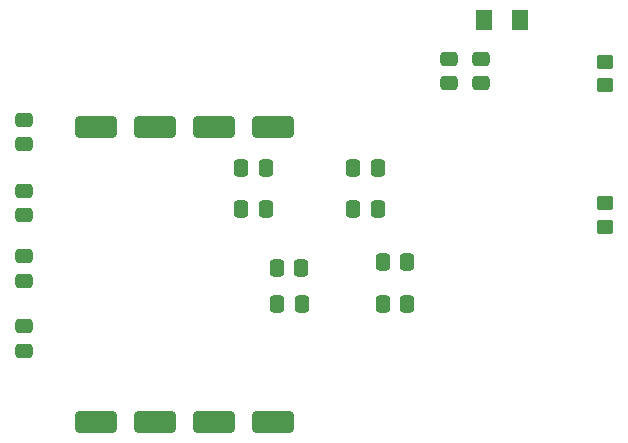
<source format=gbp>
G04 #@! TF.GenerationSoftware,KiCad,Pcbnew,9.0.3*
G04 #@! TF.CreationDate,2025-12-06T19:27:42+01:00*
G04 #@! TF.ProjectId,CheapDiffProbe,43686561-7044-4696-9666-50726f62652e,rev?*
G04 #@! TF.SameCoordinates,Original*
G04 #@! TF.FileFunction,Paste,Bot*
G04 #@! TF.FilePolarity,Positive*
%FSLAX46Y46*%
G04 Gerber Fmt 4.6, Leading zero omitted, Abs format (unit mm)*
G04 Created by KiCad (PCBNEW 9.0.3) date 2025-12-06 19:27:42*
%MOMM*%
%LPD*%
G01*
G04 APERTURE LIST*
G04 Aperture macros list*
%AMRoundRect*
0 Rectangle with rounded corners*
0 $1 Rounding radius*
0 $2 $3 $4 $5 $6 $7 $8 $9 X,Y pos of 4 corners*
0 Add a 4 corners polygon primitive as box body*
4,1,4,$2,$3,$4,$5,$6,$7,$8,$9,$2,$3,0*
0 Add four circle primitives for the rounded corners*
1,1,$1+$1,$2,$3*
1,1,$1+$1,$4,$5*
1,1,$1+$1,$6,$7*
1,1,$1+$1,$8,$9*
0 Add four rect primitives between the rounded corners*
20,1,$1+$1,$2,$3,$4,$5,0*
20,1,$1+$1,$4,$5,$6,$7,0*
20,1,$1+$1,$6,$7,$8,$9,0*
20,1,$1+$1,$8,$9,$2,$3,0*%
G04 Aperture macros list end*
%ADD10RoundRect,0.250000X-1.500000X-0.650000X1.500000X-0.650000X1.500000X0.650000X-1.500000X0.650000X0*%
%ADD11RoundRect,0.250000X-0.337500X-0.475000X0.337500X-0.475000X0.337500X0.475000X-0.337500X0.475000X0*%
%ADD12RoundRect,0.250000X0.475000X-0.337500X0.475000X0.337500X-0.475000X0.337500X-0.475000X-0.337500X0*%
%ADD13RoundRect,0.250000X0.337500X0.475000X-0.337500X0.475000X-0.337500X-0.475000X0.337500X-0.475000X0*%
%ADD14RoundRect,0.250000X-0.450000X0.350000X-0.450000X-0.350000X0.450000X-0.350000X0.450000X0.350000X0*%
%ADD15RoundRect,0.250000X-0.475000X0.337500X-0.475000X-0.337500X0.475000X-0.337500X0.475000X0.337500X0*%
%ADD16RoundRect,0.250001X-0.462499X-0.624999X0.462499X-0.624999X0.462499X0.624999X-0.462499X0.624999X0*%
G04 APERTURE END LIST*
D10*
X129100000Y-85500000D03*
X134100000Y-85500000D03*
X119100000Y-85500000D03*
X124100000Y-85500000D03*
X129100000Y-60500000D03*
X134100000Y-60500000D03*
X119100000Y-60500000D03*
X124100000Y-60500000D03*
D11*
X131425000Y-67500000D03*
X133500000Y-67500000D03*
D12*
X113000000Y-79500000D03*
X113000000Y-77425000D03*
D13*
X145500000Y-75500000D03*
X143425000Y-75500000D03*
D11*
X131425000Y-64000000D03*
X133500000Y-64000000D03*
D13*
X143000000Y-67500000D03*
X140925000Y-67500000D03*
X145500000Y-72000000D03*
X143425000Y-72000000D03*
X136500000Y-72500000D03*
X134425000Y-72500000D03*
D14*
X162250000Y-67000000D03*
X162250000Y-69000000D03*
X162250000Y-55000000D03*
X162250000Y-57000000D03*
D15*
X149000000Y-54750000D03*
X149000000Y-56825000D03*
D12*
X113000000Y-62000000D03*
X113000000Y-59925000D03*
X113000000Y-68000000D03*
X113000000Y-65925000D03*
D15*
X151750000Y-54750000D03*
X151750000Y-56825000D03*
D11*
X134500000Y-75500000D03*
X136575000Y-75500000D03*
D16*
X152025000Y-51500000D03*
X155000000Y-51500000D03*
D11*
X140925000Y-64000000D03*
X143000000Y-64000000D03*
D12*
X113000000Y-73537500D03*
X113000000Y-71462500D03*
M02*

</source>
